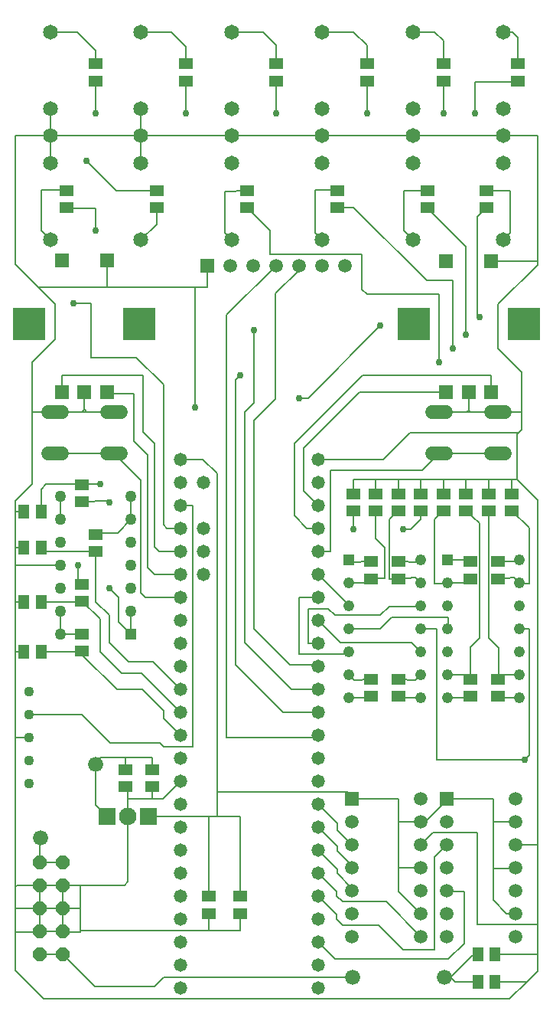
<source format=gbr>
G04 EAGLE Gerber RS-274X export*
G75*
%MOMM*%
%FSLAX34Y34*%
%LPD*%
%INBottom Copper*%
%IPPOS*%
%AMOC8*
5,1,8,0,0,1.08239X$1,22.5*%
G01*
%ADD10C,1.676400*%
%ADD11R,1.508000X1.508000*%
%ADD12R,3.556000X3.556000*%
%ADD13P,1.649562X8X112.500000*%
%ADD14C,1.473200*%
%ADD15R,1.930400X1.930400*%
%ADD16C,1.930400*%
%ADD17C,1.650000*%
%ADD18C,1.524000*%
%ADD19C,1.508000*%
%ADD20R,1.267000X1.267000*%
%ADD21C,1.267000*%
%ADD22R,1.238000X1.238000*%
%ADD23C,1.238000*%
%ADD24R,1.500000X1.300000*%
%ADD25R,1.300000X1.500000*%
%ADD26R,1.498600X1.498600*%
%ADD27C,1.498600*%
%ADD28C,1.108000*%
%ADD29C,0.152400*%
%ADD30C,0.756400*%


D10*
X39090Y188673D03*
X99950Y270027D03*
D11*
X62350Y681920D03*
X87350Y681920D03*
X112350Y681920D03*
X62350Y826920D03*
X112350Y826920D03*
D12*
X26350Y756920D03*
X148350Y756920D03*
D13*
X38310Y60450D03*
X38310Y85850D03*
X38310Y111250D03*
X38310Y136650D03*
X38310Y162050D03*
X63710Y60450D03*
X63710Y85850D03*
X63710Y111250D03*
X63710Y136650D03*
X63710Y162050D03*
D14*
X346160Y556610D03*
X346160Y531210D03*
X346160Y505810D03*
X346160Y480410D03*
X346160Y455010D03*
X346160Y429610D03*
X346160Y404210D03*
X346160Y378810D03*
X346160Y353410D03*
X346160Y328010D03*
X346160Y302610D03*
X346160Y277210D03*
X193760Y277210D03*
X193760Y302610D03*
X193760Y328010D03*
X193760Y353410D03*
X193760Y378810D03*
X193760Y404210D03*
X193760Y429610D03*
X193760Y455010D03*
X193760Y480410D03*
X193760Y505810D03*
X193760Y531210D03*
X346160Y582010D03*
X193760Y556610D03*
X193760Y582010D03*
X346160Y607410D03*
X193760Y607410D03*
X346160Y251810D03*
X193760Y251810D03*
X346160Y226410D03*
X346160Y201010D03*
X346160Y175610D03*
X346160Y150210D03*
X346160Y124810D03*
X346160Y99410D03*
X346160Y74010D03*
X346160Y48610D03*
X346160Y23210D03*
X193760Y23210D03*
X193760Y48610D03*
X193760Y74010D03*
X193760Y99410D03*
X193760Y124810D03*
X193760Y150210D03*
X193760Y175610D03*
X193760Y201010D03*
X193760Y226410D03*
X219160Y582010D03*
X219160Y531210D03*
X219160Y505810D03*
X219160Y480410D03*
D15*
X112660Y212744D03*
D16*
X135520Y212744D03*
D15*
X158380Y212744D03*
D17*
X551180Y850002D03*
X551180Y935002D03*
X551180Y965002D03*
X250190Y1080050D03*
X250190Y995050D03*
X250190Y965050D03*
X149860Y1080050D03*
X149860Y995050D03*
X149860Y965050D03*
X49530Y1080050D03*
X49530Y995050D03*
X49530Y965050D03*
X450850Y850002D03*
X450850Y935002D03*
X450850Y965002D03*
X350520Y850002D03*
X350520Y935002D03*
X350520Y965002D03*
X250190Y850002D03*
X250190Y935002D03*
X250190Y965002D03*
X149860Y850002D03*
X149860Y935002D03*
X149860Y965002D03*
X49530Y850002D03*
X49530Y935002D03*
X49530Y965002D03*
X551180Y1080050D03*
X551180Y995050D03*
X551180Y965050D03*
X450850Y1080050D03*
X450850Y995050D03*
X450850Y965050D03*
X350520Y1080050D03*
X350520Y995050D03*
X350520Y965050D03*
D18*
X127582Y614364D02*
X112342Y614364D01*
X112342Y659576D02*
X127582Y659576D01*
X62558Y614364D02*
X47318Y614364D01*
X47318Y659576D02*
X62558Y659576D01*
X537772Y614164D02*
X553012Y614164D01*
X553012Y659376D02*
X537772Y659376D01*
X487988Y614164D02*
X472748Y614164D01*
X472748Y659376D02*
X487988Y659376D01*
D11*
X487780Y681820D03*
X512780Y681820D03*
X537780Y681820D03*
X487780Y826820D03*
X537780Y826820D03*
D12*
X451780Y756820D03*
X573780Y756820D03*
D11*
X223250Y821600D03*
D19*
X248650Y821600D03*
X274050Y821600D03*
X299450Y821600D03*
X324850Y821600D03*
X350250Y821600D03*
X375650Y821600D03*
D20*
X139050Y413800D03*
D21*
X139050Y439200D03*
X139050Y464600D03*
X139050Y490000D03*
X139050Y515400D03*
X139050Y540800D03*
X139050Y566200D03*
X60950Y566200D03*
X60950Y540800D03*
X60950Y515400D03*
X60950Y490000D03*
X60950Y464600D03*
X60950Y439200D03*
X60950Y413800D03*
D22*
X489200Y496200D03*
D23*
X489200Y470800D03*
X489200Y445400D03*
X489200Y420000D03*
X489200Y394600D03*
X489200Y369200D03*
X489200Y343800D03*
X568600Y343800D03*
X568600Y369200D03*
X568600Y394600D03*
X568600Y420000D03*
X568600Y445400D03*
X568600Y470800D03*
X568600Y496200D03*
D22*
X380300Y496200D03*
D23*
X380300Y470800D03*
X380300Y445400D03*
X380300Y420000D03*
X380300Y394600D03*
X380300Y369200D03*
X380300Y343800D03*
X459700Y343800D03*
X459700Y369200D03*
X459700Y394600D03*
X459700Y420000D03*
X459700Y445400D03*
X459700Y470800D03*
X459700Y496200D03*
D10*
X485800Y35000D03*
X384200Y35000D03*
D24*
X100000Y1025500D03*
X100000Y1044500D03*
X200000Y1044500D03*
X200000Y1025500D03*
X67500Y904500D03*
X67500Y885500D03*
X167500Y904500D03*
X167500Y885500D03*
X300000Y1025500D03*
X300000Y1044500D03*
X400000Y1025500D03*
X400000Y1044500D03*
X567500Y1025500D03*
X567500Y1044500D03*
X485000Y1025500D03*
X485000Y1044500D03*
X267500Y885500D03*
X267500Y904500D03*
X367500Y885500D03*
X367500Y904500D03*
X467500Y885500D03*
X467500Y904500D03*
X532500Y885500D03*
X532500Y904500D03*
X405000Y475500D03*
X405000Y494500D03*
X410000Y569500D03*
X410000Y550500D03*
X385000Y569500D03*
X385000Y550500D03*
X405000Y364500D03*
X405000Y345500D03*
X435000Y345500D03*
X435000Y364500D03*
X460000Y550500D03*
X460000Y569500D03*
X85000Y579500D03*
X85000Y560500D03*
X100000Y505500D03*
X100000Y524500D03*
X85000Y469500D03*
X85000Y450500D03*
X85000Y414500D03*
X85000Y395500D03*
D25*
X39500Y550000D03*
X20500Y550000D03*
X20500Y510000D03*
X39500Y510000D03*
X20500Y450000D03*
X39500Y450000D03*
X39500Y395000D03*
X20500Y395000D03*
D24*
X510000Y569500D03*
X510000Y550500D03*
X485000Y569500D03*
X485000Y550500D03*
X535000Y550500D03*
X535000Y569500D03*
X560000Y550500D03*
X560000Y569500D03*
X515000Y475500D03*
X515000Y494500D03*
X515000Y364500D03*
X515000Y345500D03*
X545000Y345500D03*
X545000Y364500D03*
X545000Y494500D03*
X545000Y475500D03*
X435000Y550500D03*
X435000Y569500D03*
X435000Y494500D03*
X435000Y475500D03*
D26*
X383800Y232400D03*
D27*
X383800Y207000D03*
X383800Y181600D03*
X383800Y156200D03*
X383800Y130800D03*
X383800Y105400D03*
X383800Y80000D03*
X460000Y80000D03*
X460000Y105400D03*
X460000Y130800D03*
X460000Y156200D03*
X460000Y181600D03*
X460000Y207000D03*
X460000Y232400D03*
D26*
X488800Y232400D03*
D27*
X488800Y207000D03*
X488800Y181600D03*
X488800Y156200D03*
X488800Y130800D03*
X488800Y105400D03*
X488800Y80000D03*
X565000Y80000D03*
X565000Y105400D03*
X565000Y130800D03*
X565000Y156200D03*
X565000Y181600D03*
X565000Y207000D03*
X565000Y232400D03*
D28*
X25760Y350880D03*
X25760Y325480D03*
X25760Y300080D03*
X25760Y274680D03*
X25760Y249280D03*
D24*
X132500Y264500D03*
X132500Y245500D03*
X162500Y264500D03*
X162500Y245500D03*
D25*
X523000Y30000D03*
X542000Y30000D03*
X523000Y60000D03*
X542000Y60000D03*
D24*
X225000Y124500D03*
X225000Y105500D03*
X260000Y124500D03*
X260000Y105500D03*
D29*
X38310Y111250D02*
X10922Y111250D01*
X54716Y739893D02*
X54716Y778947D01*
X10922Y135000D02*
X10922Y111250D01*
X10922Y135000D02*
X10922Y300000D01*
X10922Y395000D01*
X10922Y450000D01*
X10922Y490000D01*
X10922Y510000D01*
X10922Y550000D01*
X10922Y561695D01*
X10922Y822741D02*
X10922Y965000D01*
X29277Y580050D02*
X10922Y561695D01*
X54716Y778947D02*
X36163Y797500D01*
X10922Y822741D01*
X54716Y739893D02*
X29277Y714454D01*
X29277Y660000D02*
X29277Y580050D01*
X29277Y660000D02*
X29277Y714454D01*
X350518Y965000D02*
X350522Y965000D01*
X450800Y965000D01*
X545000Y965000D01*
X551230Y965000D01*
X552500Y965000D01*
X557500Y965000D01*
X589098Y965000D01*
X545414Y778847D02*
X545414Y729793D01*
X589098Y826820D02*
X589098Y965000D01*
X589098Y840000D02*
X589098Y822531D01*
X545414Y778847D01*
X566483Y585000D02*
X589098Y562385D01*
X571433Y703774D02*
X545414Y729793D01*
X571433Y703774D02*
X571433Y660000D01*
X571433Y640000D01*
X566433Y637004D02*
X566433Y635000D01*
X566433Y585000D01*
X577193Y30000D02*
X558115Y10922D01*
X577193Y30000D02*
X589098Y41905D01*
X589098Y181600D02*
X589098Y562385D01*
X589098Y181600D02*
X589098Y93100D01*
X589098Y60000D02*
X589098Y41905D01*
X42595Y10922D02*
X10922Y42595D01*
X10922Y85000D01*
X35000Y85000D02*
X37460Y85000D01*
X35000Y85000D02*
X10922Y85000D01*
X37460Y85000D02*
X38310Y85850D01*
X63710Y85850D01*
X63710Y110000D01*
X63710Y136650D01*
X38310Y136650D01*
X38310Y88310D01*
X35000Y85000D01*
X38310Y111250D02*
X62460Y111250D01*
X63710Y110000D01*
X10922Y111250D02*
X10922Y85000D01*
X12572Y136650D02*
X38310Y136650D01*
X12572Y136650D02*
X10922Y135000D01*
X10922Y550000D02*
X20500Y550000D01*
X20500Y510000D02*
X10922Y510000D01*
X10922Y450000D02*
X20500Y450000D01*
X20500Y395000D02*
X10922Y395000D01*
X135520Y212744D02*
X135520Y140520D01*
X131650Y136650D02*
X82500Y136650D01*
X63710Y136650D01*
X131650Y136650D02*
X135520Y140520D01*
X60950Y490000D02*
X10922Y490000D01*
X54938Y659576D02*
X85000Y659576D01*
X90000Y659576D01*
X119962Y659576D01*
X87350Y661926D02*
X87350Y681920D01*
X87350Y661926D02*
X85000Y659576D01*
X87350Y661926D02*
X87650Y661926D01*
X90000Y659576D01*
X54938Y659576D02*
X29701Y659576D01*
X29277Y660000D01*
X480368Y659376D02*
X510560Y659376D01*
X515000Y659376D01*
X545392Y659376D01*
X570809Y659376D01*
X571433Y660000D01*
X512780Y661596D02*
X512780Y681820D01*
X512780Y661596D02*
X515000Y659376D01*
X512780Y661596D02*
X510560Y659376D01*
X112350Y797500D02*
X112350Y826920D01*
X112350Y797500D02*
X36163Y797500D01*
X470368Y659376D02*
X480368Y659376D01*
X447996Y637004D02*
X418402Y607410D01*
X346160Y607410D01*
X49530Y935002D02*
X49530Y965000D01*
X49530Y965050D02*
X49530Y995050D01*
X149860Y995050D02*
X149860Y965050D01*
X149860Y965000D02*
X149860Y935002D01*
X537780Y826820D02*
X589098Y826820D01*
X566433Y585000D02*
X560000Y585000D01*
X535000Y585000D01*
X510000Y585000D02*
X485000Y585000D01*
X510000Y585000D02*
X535000Y585000D01*
X485000Y585000D02*
X460000Y585000D01*
X460000Y569500D01*
X485000Y569500D02*
X485000Y585000D01*
X510000Y585000D02*
X510000Y569500D01*
X535000Y569500D02*
X535000Y585000D01*
X560000Y585000D02*
X560000Y569500D01*
X460000Y585000D02*
X435000Y585000D01*
X435000Y569500D01*
X435000Y585000D02*
X410000Y585000D01*
X410000Y569500D01*
X410000Y585000D02*
X385000Y585000D01*
X385000Y569500D01*
X566433Y585000D02*
X566483Y585000D01*
X565000Y181600D02*
X589098Y181600D01*
X566433Y637004D02*
X447996Y637004D01*
X63710Y111250D02*
X63710Y85850D01*
X49480Y965000D02*
X10922Y965000D01*
X49530Y965000D02*
X149860Y965000D01*
X149910Y965000D01*
X250188Y965000D01*
X350518Y965000D01*
X450800Y965000D02*
X450850Y965050D01*
X149910Y965000D02*
X149860Y965050D01*
X250188Y965000D02*
X250190Y965002D01*
X149860Y965050D02*
X149860Y965000D01*
X250190Y965002D02*
X250190Y965050D01*
X350520Y965002D02*
X350522Y965000D01*
X350520Y965002D02*
X350518Y965000D01*
X135000Y213264D02*
X135520Y212744D01*
X135000Y213264D02*
X135000Y232500D01*
X135000Y243000D02*
X132500Y245500D01*
X135000Y243000D02*
X135000Y232500D01*
X174450Y232500D02*
X193760Y251810D01*
X174450Y232500D02*
X162500Y232500D01*
X135000Y232500D01*
X223250Y797500D02*
X223250Y821600D01*
X210000Y797500D02*
X112350Y797500D01*
X210000Y797500D02*
X223250Y797500D01*
X82500Y111250D02*
X63710Y111250D01*
X82500Y111250D02*
X82500Y86650D01*
X82500Y111250D02*
X82500Y136650D01*
X63710Y85850D02*
X64560Y85000D01*
X82500Y85000D01*
X82500Y117500D01*
X25680Y300000D02*
X10922Y300000D01*
X25680Y300000D02*
X25760Y300080D01*
X522500Y93100D02*
X589098Y93100D01*
X522500Y195000D02*
X473400Y195000D01*
X460000Y181600D01*
D30*
X210000Y665000D03*
D29*
X162500Y245500D02*
X162500Y232500D01*
X210000Y665000D02*
X210000Y797500D01*
X49530Y965000D02*
X49480Y965000D01*
X49530Y965000D02*
X49530Y965050D01*
X49480Y965000D01*
X551180Y965050D02*
X552450Y965050D01*
X552500Y965000D01*
X551230Y965000D02*
X551180Y965050D01*
X557450Y965050D01*
X557500Y965000D01*
X551180Y965050D02*
X545050Y965050D01*
X545000Y965000D01*
X224900Y86650D02*
X82500Y86650D01*
X224900Y86750D02*
X260250Y86750D01*
X260250Y105250D02*
X260000Y105500D01*
X260250Y105250D02*
X260250Y86750D01*
X225000Y105500D02*
X224900Y105400D01*
X224900Y86750D01*
X224900Y86650D01*
X42595Y10922D02*
X558115Y10922D01*
X566433Y637004D02*
X568437Y637004D01*
X566433Y635000D01*
X568437Y637004D02*
X571433Y640000D01*
X542500Y60500D02*
X542000Y60000D01*
X542000Y30000D02*
X542500Y29500D01*
X542000Y60000D02*
X589098Y60000D01*
X577193Y30000D02*
X542000Y30000D01*
X522500Y93100D02*
X522500Y195000D01*
X589098Y93100D02*
X589098Y60000D01*
X63710Y162050D02*
X38310Y162050D01*
X39090Y188673D02*
X38310Y188781D01*
X38310Y162050D01*
X100214Y269778D02*
X99950Y270027D01*
X100214Y269778D02*
X100214Y225190D01*
X112660Y212744D01*
X380300Y420000D02*
X415000Y420000D01*
X490000Y420800D02*
X490000Y432400D01*
X490000Y420800D02*
X489200Y420000D01*
X427400Y432400D02*
X415000Y420000D01*
X427400Y432400D02*
X490000Y432400D01*
X162500Y277500D02*
X162500Y264500D01*
X162500Y277500D02*
X132500Y277500D01*
X132500Y264500D01*
X132500Y277500D02*
X105000Y277500D01*
X99950Y272450D01*
X99950Y270027D01*
X158380Y212744D02*
X158536Y212900D01*
X225000Y212900D01*
X234508Y212900D01*
X234508Y591662D02*
X218760Y607410D01*
X193760Y607410D01*
X234508Y240000D02*
X234508Y212900D01*
X234508Y240000D02*
X234508Y591662D01*
X383800Y234900D02*
X383800Y232400D01*
X383800Y234900D02*
X378700Y240000D01*
X234508Y240000D01*
X384200Y232000D02*
X435000Y232000D01*
X384200Y232000D02*
X383800Y232400D01*
X435000Y207000D02*
X460000Y207000D01*
X435000Y207000D02*
X435000Y232000D01*
X435000Y207000D02*
X435000Y156200D01*
X460000Y156200D01*
X488800Y230800D02*
X488800Y232400D01*
X488800Y230800D02*
X465000Y207000D01*
X460000Y207000D01*
X488800Y232400D02*
X540000Y232400D01*
X540000Y207000D02*
X565000Y207000D01*
X540000Y207000D02*
X540000Y232400D01*
X540000Y207000D02*
X540000Y155000D01*
X563800Y155000D01*
X565000Y156200D01*
X540000Y155000D02*
X540000Y120000D01*
X554600Y105400D01*
X565000Y105400D01*
X435000Y130000D02*
X435000Y156200D01*
X435000Y130000D02*
X459600Y105400D01*
X460000Y105400D01*
X225000Y124500D02*
X225000Y212900D01*
X260000Y212900D02*
X260000Y124500D01*
X260000Y212900D02*
X234508Y212900D01*
X207308Y556710D02*
X193860Y556710D01*
X193760Y556610D01*
X207308Y556710D02*
X207308Y290000D01*
X175000Y290000D01*
X84520Y325480D02*
X25760Y325480D01*
X84520Y325480D02*
X116250Y293750D01*
X171250Y293750D01*
X175000Y290000D01*
D30*
X75000Y780000D03*
D29*
X95000Y780000D01*
X175000Y690000D02*
X175000Y535000D01*
X178790Y531210D01*
X193760Y531210D01*
X175000Y690000D02*
X145000Y720000D01*
X95000Y720000D02*
X95000Y780000D01*
X95000Y720000D02*
X145000Y720000D01*
X62350Y700000D02*
X62350Y681920D01*
X62350Y700000D02*
X152500Y700000D01*
X170000Y505810D02*
X193760Y505810D01*
X165000Y625000D02*
X152500Y637500D01*
X152500Y700000D01*
X165000Y510810D02*
X170000Y505810D01*
X165000Y510810D02*
X165000Y625000D01*
X165000Y480410D02*
X193760Y480410D01*
X142500Y627500D02*
X142500Y680000D01*
X114270Y680000D01*
X112350Y681920D01*
X142500Y627500D02*
X157400Y612600D01*
X157400Y488010D02*
X165000Y480410D01*
X157400Y488010D02*
X157400Y612600D01*
D30*
X325000Y675000D03*
D29*
X335000Y675000D02*
X415000Y755000D01*
X335000Y675000D02*
X325000Y675000D01*
D30*
X415000Y755000D03*
D29*
X391820Y681820D02*
X487780Y681820D01*
X391820Y681820D02*
X330000Y620000D01*
X330000Y572770D01*
X346160Y556610D01*
X537780Y681820D02*
X537780Y700000D01*
X395000Y700000D02*
X320000Y625000D01*
X320000Y545000D01*
X333790Y531210D01*
X346160Y531210D01*
X395000Y700000D02*
X537780Y700000D01*
X119962Y614364D02*
X54938Y614364D01*
X119962Y614364D02*
X150000Y584326D01*
X155000Y455000D02*
X193750Y455000D01*
X193760Y455010D01*
X155000Y455000D02*
X150000Y460000D01*
X150000Y584326D01*
X480368Y614164D02*
X545392Y614164D01*
X480368Y614164D02*
X461204Y595000D01*
X360000Y595000D01*
X360000Y505810D01*
X346160Y505810D01*
X245000Y767150D02*
X299450Y821600D01*
X245000Y767150D02*
X245000Y300000D01*
X343550Y300000D02*
X346160Y302610D01*
X343550Y300000D02*
X245000Y300000D01*
D30*
X260000Y700000D03*
D29*
X255000Y695000D01*
X255000Y380000D01*
X306990Y328010D02*
X346160Y328010D01*
X306990Y328010D02*
X255000Y380000D01*
X265000Y405000D02*
X265000Y660000D01*
X316590Y353410D02*
X346160Y353410D01*
X316590Y353410D02*
X265000Y405000D01*
X265000Y660000D02*
X275000Y670000D01*
X275000Y750000D01*
D30*
X275000Y750000D03*
D29*
X324850Y816600D02*
X324850Y821600D01*
X324850Y816600D02*
X299125Y790875D01*
X275000Y650000D02*
X275000Y420000D01*
X344970Y380000D02*
X346160Y378810D01*
X344970Y380000D02*
X315000Y380000D01*
X275000Y420000D01*
X275000Y650000D02*
X299125Y674125D01*
X299125Y790875D01*
X85000Y580000D02*
X85000Y579500D01*
X85000Y580000D02*
X45000Y580000D01*
D30*
X105000Y580000D03*
D29*
X86500Y580000D01*
X85000Y579500D01*
X39500Y574500D02*
X39500Y550000D01*
X39500Y574500D02*
X45000Y580000D01*
X39500Y510000D02*
X42690Y505810D01*
X100000Y505500D02*
X100000Y450000D01*
X115000Y435000D01*
X115000Y405000D01*
X136250Y383750D01*
X100000Y505500D02*
X100690Y505810D01*
X42690Y505810D01*
X136250Y383750D02*
X163420Y383750D01*
X193760Y353410D01*
X83500Y450000D02*
X39500Y450000D01*
X83500Y450000D02*
X85000Y450500D01*
X105000Y431500D01*
X105000Y395000D01*
X128750Y371250D01*
X150520Y371250D01*
X193760Y328010D01*
X83500Y395000D02*
X39500Y395000D01*
X83500Y395000D02*
X85000Y395500D01*
X85000Y391500D02*
X123250Y353250D01*
X85000Y391500D02*
X85000Y395500D01*
X175129Y329768D02*
X175129Y321241D01*
X193760Y302610D01*
X151647Y353250D02*
X123250Y353250D01*
X151647Y353250D02*
X175129Y329768D01*
X139050Y540800D02*
X139050Y566200D01*
X102300Y525800D02*
X100000Y524500D01*
X124050Y525800D02*
X139050Y540800D01*
X124050Y525800D02*
X102300Y525800D01*
X60950Y439200D02*
X60950Y413800D01*
X84700Y413800D01*
X85000Y414500D01*
X60950Y540800D02*
X60950Y566200D01*
D30*
X80000Y490000D03*
D29*
X80000Y473500D02*
X85000Y469500D01*
X80000Y473500D02*
X80000Y490000D01*
X100000Y990000D02*
X100000Y1025500D01*
D30*
X100000Y990000D03*
D29*
X113500Y561500D02*
X85000Y560500D01*
X139050Y439200D02*
X139050Y413800D01*
X125000Y427850D01*
X125000Y455000D02*
X115000Y465000D01*
X125000Y455000D02*
X125000Y427850D01*
D30*
X115000Y465000D03*
X115000Y560000D03*
D29*
X113500Y561500D01*
X100000Y1059580D02*
X79530Y1080050D01*
X49530Y1080050D01*
X100000Y1059580D02*
X100000Y1044500D01*
X149860Y1080050D02*
X183450Y1080050D01*
X200000Y1063500D02*
X200000Y1044500D01*
X200000Y1063500D02*
X183450Y1080050D01*
X200000Y1025500D02*
X200000Y990000D01*
D30*
X200000Y990000D03*
D29*
X100000Y885000D02*
X69000Y885000D01*
X67500Y885500D01*
X100000Y885000D02*
X100000Y860000D01*
D30*
X100000Y860000D03*
D29*
X66793Y905100D02*
X39530Y905100D01*
X39530Y860002D01*
X49530Y850002D01*
X67500Y904500D02*
X66793Y905100D01*
X167360Y885360D02*
X167500Y885500D01*
X167360Y885360D02*
X167360Y867502D01*
X149860Y850002D01*
D30*
X90000Y937500D03*
D29*
X123000Y904500D01*
X167500Y904500D01*
X489200Y343800D02*
X512300Y343800D01*
X515000Y345500D01*
X495000Y730000D02*
X495000Y805000D01*
D30*
X495000Y730000D03*
D29*
X466562Y805000D02*
X385062Y885500D01*
X367500Y885500D01*
X466562Y805000D02*
X495000Y805000D01*
X509300Y369200D02*
X515000Y364500D01*
X509300Y369200D02*
X489200Y369200D01*
X525000Y536500D02*
X510000Y550500D01*
X525000Y536500D02*
X525000Y410000D01*
X515000Y400000D01*
X515000Y364500D01*
X343020Y857502D02*
X343020Y905000D01*
X343020Y857502D02*
X350520Y850002D01*
X367500Y904500D02*
X366000Y905000D01*
X343020Y905000D01*
X545000Y364500D02*
X545750Y364250D01*
X549700Y369200D02*
X568600Y369200D01*
X549700Y369200D02*
X545000Y364500D01*
X535000Y410000D02*
X535000Y550500D01*
X535000Y410000D02*
X545750Y399250D01*
X545750Y364250D01*
X440850Y860002D02*
X440850Y904500D01*
X440850Y860002D02*
X450850Y850002D01*
X440850Y904500D02*
X467500Y904500D01*
X467500Y885000D02*
X510000Y842500D01*
X467500Y885000D02*
X467500Y885500D01*
X510000Y842500D02*
X510000Y745000D01*
D30*
X510000Y745000D03*
D29*
X546700Y343800D02*
X568600Y343800D01*
X546700Y343800D02*
X545000Y345500D01*
X490000Y470800D02*
X489200Y470800D01*
X490000Y470800D02*
X509300Y470800D01*
X515000Y475500D01*
X475000Y541500D02*
X485000Y550500D01*
X475000Y541500D02*
X475000Y470000D01*
X489200Y470000D01*
X490000Y470800D01*
X512300Y496200D02*
X515000Y494500D01*
X512300Y496200D02*
X489200Y496200D01*
X292500Y860500D02*
X267500Y885500D01*
X292500Y860500D02*
X292500Y834466D01*
X480000Y790000D02*
X480000Y715000D01*
D30*
X480000Y715000D03*
D29*
X480000Y790000D02*
X400000Y790000D01*
X394466Y834466D02*
X292500Y834466D01*
X394466Y795534D02*
X400000Y790000D01*
X394466Y795534D02*
X394466Y834466D01*
X545000Y475500D02*
X562900Y476500D01*
X568600Y470800D01*
X580000Y531500D02*
X560000Y550500D01*
X580000Y531500D02*
X580000Y470000D01*
X569400Y470000D01*
X568600Y470800D01*
X567400Y495000D02*
X568600Y496200D01*
X567400Y495000D02*
X543500Y495000D01*
X545000Y494500D01*
X522500Y875500D02*
X532500Y885500D01*
X522500Y875500D02*
X522500Y767500D01*
X525000Y765000D01*
D30*
X525000Y765000D03*
D29*
X242690Y857502D02*
X242690Y903712D01*
X242690Y857502D02*
X250190Y850002D01*
X242690Y903712D02*
X267500Y904500D01*
X532500Y904500D02*
X558680Y904500D01*
X558680Y857502D01*
X551180Y850002D01*
X575000Y275000D02*
X477500Y275000D01*
X477500Y420000D01*
X459700Y420000D01*
X580000Y420000D02*
X580000Y280000D01*
X580000Y420000D02*
X568600Y420000D01*
D30*
X575000Y275000D03*
D29*
X580000Y280000D01*
X523000Y30000D02*
X497500Y30000D01*
X522750Y59750D02*
X523000Y60000D01*
X522750Y59750D02*
X517250Y59750D01*
X492500Y35000D01*
X485800Y35000D01*
X492500Y35000D02*
X497500Y30000D01*
X63710Y60450D02*
X38310Y60450D01*
X165000Y25000D02*
X175000Y35000D01*
X165000Y25000D02*
X99160Y25000D01*
X175000Y35000D02*
X384200Y35000D01*
X99160Y25000D02*
X63710Y60450D01*
X404250Y475750D02*
X405000Y475500D01*
X404250Y475750D02*
X399300Y470800D01*
X380300Y470800D01*
X410000Y520000D02*
X410000Y550500D01*
X410000Y520000D02*
X420000Y510000D01*
X420000Y475750D01*
X404250Y475750D01*
X405000Y494500D02*
X383000Y493500D01*
X380300Y496200D01*
X300000Y990000D02*
X300000Y1025500D01*
D30*
X300000Y990000D03*
D29*
X284950Y1080050D02*
X250190Y1080050D01*
X284950Y1080050D02*
X300000Y1065000D01*
X300000Y1044500D01*
X380300Y343800D02*
X402300Y343800D01*
X405000Y345500D01*
X400000Y990000D02*
X400000Y1025500D01*
D30*
X400000Y990000D03*
D29*
X405000Y364500D02*
X386000Y363500D01*
X380300Y369200D01*
X385000Y530000D02*
X385000Y550500D01*
D30*
X385000Y530000D03*
D29*
X384950Y1080050D02*
X350520Y1080050D01*
X384950Y1080050D02*
X400000Y1065000D01*
X400000Y1044500D01*
X435000Y364500D02*
X454000Y363500D01*
X459700Y369200D01*
X460000Y541500D02*
X460000Y550500D01*
X460000Y541500D02*
X448500Y530000D01*
X440000Y530000D01*
D30*
X440000Y530000D03*
D29*
X437700Y343800D02*
X459700Y343800D01*
X437700Y343800D02*
X435000Y345500D01*
X485000Y990000D02*
X485000Y1025500D01*
D30*
X485000Y990000D03*
D29*
X474950Y1080050D02*
X450850Y1080050D01*
X474950Y1080050D02*
X485000Y1070000D01*
X485000Y1044500D01*
X454000Y476500D02*
X435000Y475500D01*
X454000Y476500D02*
X459700Y470800D01*
X425000Y541500D02*
X435000Y550500D01*
X425000Y541500D02*
X425000Y475000D01*
X433500Y475000D01*
X435000Y475500D01*
X435000Y494500D02*
X457000Y493500D01*
X459700Y496200D01*
X566000Y1025000D02*
X567500Y1025500D01*
X566000Y1025000D02*
X520000Y1025000D01*
X520000Y990000D01*
D30*
X520000Y990000D03*
D29*
X567500Y1073730D02*
X561180Y1080050D01*
X551180Y1080050D01*
X567500Y1073730D02*
X567500Y1044500D01*
X380300Y446270D02*
X380300Y445400D01*
X380300Y446270D02*
X346160Y480410D01*
X346160Y455010D02*
X325000Y455010D01*
X325000Y392458D01*
X378158Y392458D02*
X380300Y394600D01*
X378158Y392458D02*
X325000Y392458D01*
X346160Y429610D02*
X370770Y405000D01*
X449300Y405000D02*
X459700Y394600D01*
X449300Y405000D02*
X370770Y405000D01*
X346160Y404210D02*
X335000Y404210D01*
X335000Y442500D01*
X357500Y442500D01*
X365000Y435000D01*
X425000Y445000D02*
X459300Y445000D01*
X459700Y445400D01*
X425000Y445000D02*
X415000Y435000D01*
X365000Y435000D01*
X383800Y132970D02*
X383800Y130800D01*
X383800Y132970D02*
X367135Y149635D01*
X367135Y154635D02*
X346160Y175610D01*
X367135Y154635D02*
X367135Y149635D01*
X383800Y156200D02*
X383800Y158370D01*
X367335Y174835D01*
X367335Y179835D02*
X346160Y201010D01*
X367335Y179835D02*
X367335Y174835D01*
X383470Y181600D02*
X383800Y181600D01*
X383470Y181600D02*
X367535Y197535D01*
X367535Y205035D02*
X346160Y226410D01*
X367535Y205035D02*
X367535Y197535D01*
X366935Y124435D02*
X373070Y118300D01*
X421700Y118300D01*
X460000Y80000D01*
X366935Y129435D02*
X346160Y150210D01*
X366935Y129435D02*
X366935Y124435D01*
X366735Y99235D02*
X373470Y92500D01*
X412900Y92500D01*
X440400Y65000D01*
X475000Y65000D01*
X475000Y167800D01*
X488800Y181600D01*
X366735Y104235D02*
X346160Y124810D01*
X366735Y104235D02*
X366735Y99235D01*
X488800Y130800D02*
X489600Y130000D01*
X507500Y130000D01*
X507500Y72500D01*
X365170Y55000D02*
X346160Y74010D01*
X365170Y55000D02*
X490000Y55000D01*
X507500Y72500D01*
M02*

</source>
